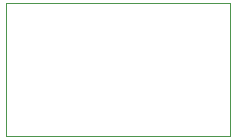
<source format=gm1>
G04 #@! TF.FileFunction,Profile,NP*
%FSLAX46Y46*%
G04 Gerber Fmt 4.6, Leading zero omitted, Abs format (unit mm)*
G04 Created by KiCad (PCBNEW 4.1.0-alpha+201605071002+6776~44~ubuntu14.04.1-product) date Sun 29 May 2016 22:00:10 BST*
%MOMM*%
%LPD*%
G01*
G04 APERTURE LIST*
%ADD10C,0.100000*%
%ADD11C,0.010000*%
G04 APERTURE END LIST*
D10*
D11*
X144950000Y-105600000D02*
X144950000Y-94400000D01*
X125950000Y-105600000D02*
X144950000Y-105600000D01*
X125950000Y-94400000D02*
X125950000Y-105600000D01*
X144950000Y-94400000D02*
X125950000Y-94400000D01*
M02*

</source>
